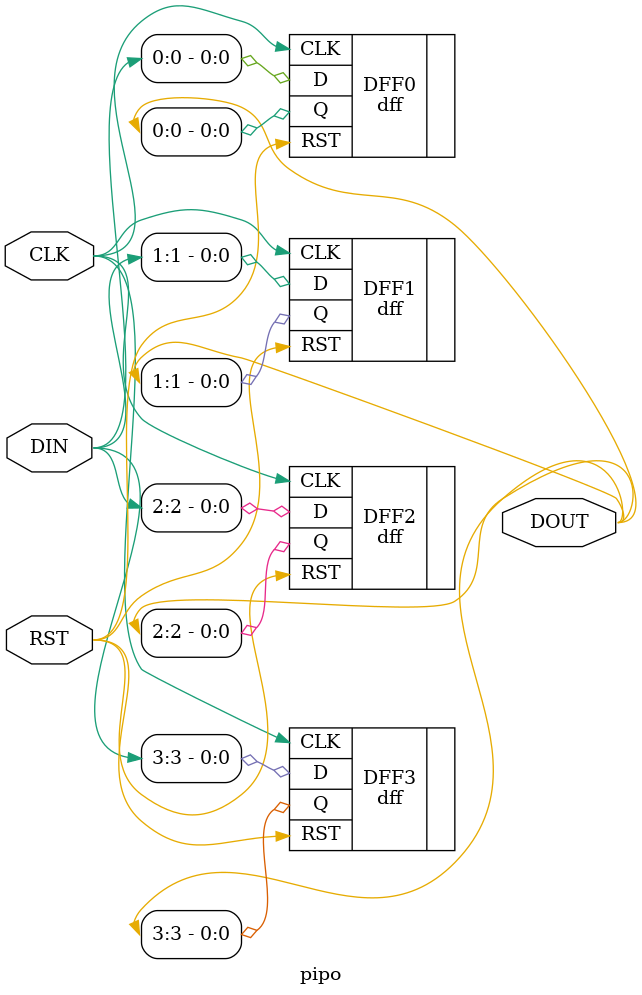
<source format=v>
`timescale 1ns / 1ps
module pipo(
    input CLK,
    input RST,
    input [3:0] DIN,
    output [3:0] DOUT
);

    dff DFF0 (.D(DIN[0]), .CLK(CLK), .RST(RST), .Q(DOUT[0]));
    dff DFF1 (.D(DIN[1]), .CLK(CLK), .RST(RST), .Q(DOUT[1]));
    dff DFF2 (.D(DIN[2]), .CLK(CLK), .RST(RST), .Q(DOUT[2]));
    dff DFF3 (.D(DIN[3]), .CLK(CLK), .RST(RST), .Q(DOUT[3]));
endmodule
</source>
